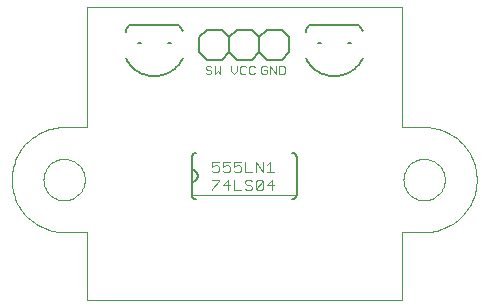
<source format=gto>
G75*
G70*
%OFA0B0*%
%FSLAX24Y24*%
%IPPOS*%
%LPD*%
%AMOC8*
5,1,8,0,0,1.08239X$1,22.5*
%
%ADD10C,0.0000*%
%ADD11C,0.0040*%
%ADD12C,0.0050*%
%ADD13C,0.0060*%
%ADD14C,0.0020*%
D10*
X002600Y000100D02*
X002600Y002350D01*
X001850Y002350D01*
X001161Y004100D02*
X001163Y004152D01*
X001169Y004204D01*
X001179Y004255D01*
X001192Y004305D01*
X001210Y004355D01*
X001231Y004402D01*
X001255Y004448D01*
X001284Y004492D01*
X001315Y004534D01*
X001349Y004573D01*
X001386Y004610D01*
X001426Y004643D01*
X001469Y004674D01*
X001513Y004701D01*
X001559Y004725D01*
X001608Y004745D01*
X001657Y004761D01*
X001708Y004774D01*
X001759Y004783D01*
X001811Y004788D01*
X001863Y004789D01*
X001915Y004786D01*
X001967Y004779D01*
X002018Y004768D01*
X002068Y004754D01*
X002117Y004735D01*
X002164Y004713D01*
X002209Y004688D01*
X002253Y004659D01*
X002294Y004627D01*
X002333Y004592D01*
X002368Y004554D01*
X002401Y004513D01*
X002431Y004471D01*
X002457Y004426D01*
X002480Y004379D01*
X002499Y004330D01*
X002515Y004280D01*
X002527Y004230D01*
X002535Y004178D01*
X002539Y004126D01*
X002539Y004074D01*
X002535Y004022D01*
X002527Y003970D01*
X002515Y003920D01*
X002499Y003870D01*
X002480Y003821D01*
X002457Y003774D01*
X002431Y003729D01*
X002401Y003687D01*
X002368Y003646D01*
X002333Y003608D01*
X002294Y003573D01*
X002253Y003541D01*
X002209Y003512D01*
X002164Y003487D01*
X002117Y003465D01*
X002068Y003446D01*
X002018Y003432D01*
X001967Y003421D01*
X001915Y003414D01*
X001863Y003411D01*
X001811Y003412D01*
X001759Y003417D01*
X001708Y003426D01*
X001657Y003439D01*
X001608Y003455D01*
X001559Y003475D01*
X001513Y003499D01*
X001469Y003526D01*
X001426Y003557D01*
X001386Y003590D01*
X001349Y003627D01*
X001315Y003666D01*
X001284Y003708D01*
X001255Y003752D01*
X001231Y003798D01*
X001210Y003845D01*
X001192Y003895D01*
X001179Y003945D01*
X001169Y003996D01*
X001163Y004048D01*
X001161Y004100D01*
X000100Y004100D02*
X000102Y004017D01*
X000108Y003934D01*
X000118Y003851D01*
X000132Y003769D01*
X000149Y003687D01*
X000171Y003607D01*
X000196Y003528D01*
X000225Y003450D01*
X000258Y003373D01*
X000295Y003298D01*
X000334Y003225D01*
X000378Y003154D01*
X000424Y003085D01*
X000474Y003018D01*
X000527Y002954D01*
X000583Y002892D01*
X000642Y002833D01*
X000704Y002777D01*
X000768Y002724D01*
X000835Y002674D01*
X000904Y002628D01*
X000975Y002584D01*
X001048Y002545D01*
X001123Y002508D01*
X001200Y002475D01*
X001278Y002446D01*
X001357Y002421D01*
X001437Y002399D01*
X001519Y002382D01*
X001601Y002368D01*
X001684Y002358D01*
X001767Y002352D01*
X001850Y002350D01*
X000100Y004100D02*
X000102Y004183D01*
X000108Y004266D01*
X000118Y004349D01*
X000132Y004431D01*
X000149Y004513D01*
X000171Y004593D01*
X000196Y004672D01*
X000225Y004750D01*
X000258Y004827D01*
X000295Y004902D01*
X000334Y004975D01*
X000378Y005046D01*
X000424Y005115D01*
X000474Y005182D01*
X000527Y005246D01*
X000583Y005308D01*
X000642Y005367D01*
X000704Y005423D01*
X000768Y005476D01*
X000835Y005526D01*
X000904Y005572D01*
X000975Y005616D01*
X001048Y005655D01*
X001123Y005692D01*
X001200Y005725D01*
X001278Y005754D01*
X001357Y005779D01*
X001437Y005801D01*
X001519Y005818D01*
X001601Y005832D01*
X001684Y005842D01*
X001767Y005848D01*
X001850Y005850D01*
X002600Y005850D01*
X002600Y009850D01*
X013100Y009850D01*
X013100Y005850D01*
X013850Y005850D01*
X013161Y004100D02*
X013163Y004152D01*
X013169Y004204D01*
X013179Y004255D01*
X013192Y004305D01*
X013210Y004355D01*
X013231Y004402D01*
X013255Y004448D01*
X013284Y004492D01*
X013315Y004534D01*
X013349Y004573D01*
X013386Y004610D01*
X013426Y004643D01*
X013469Y004674D01*
X013513Y004701D01*
X013559Y004725D01*
X013608Y004745D01*
X013657Y004761D01*
X013708Y004774D01*
X013759Y004783D01*
X013811Y004788D01*
X013863Y004789D01*
X013915Y004786D01*
X013967Y004779D01*
X014018Y004768D01*
X014068Y004754D01*
X014117Y004735D01*
X014164Y004713D01*
X014209Y004688D01*
X014253Y004659D01*
X014294Y004627D01*
X014333Y004592D01*
X014368Y004554D01*
X014401Y004513D01*
X014431Y004471D01*
X014457Y004426D01*
X014480Y004379D01*
X014499Y004330D01*
X014515Y004280D01*
X014527Y004230D01*
X014535Y004178D01*
X014539Y004126D01*
X014539Y004074D01*
X014535Y004022D01*
X014527Y003970D01*
X014515Y003920D01*
X014499Y003870D01*
X014480Y003821D01*
X014457Y003774D01*
X014431Y003729D01*
X014401Y003687D01*
X014368Y003646D01*
X014333Y003608D01*
X014294Y003573D01*
X014253Y003541D01*
X014209Y003512D01*
X014164Y003487D01*
X014117Y003465D01*
X014068Y003446D01*
X014018Y003432D01*
X013967Y003421D01*
X013915Y003414D01*
X013863Y003411D01*
X013811Y003412D01*
X013759Y003417D01*
X013708Y003426D01*
X013657Y003439D01*
X013608Y003455D01*
X013559Y003475D01*
X013513Y003499D01*
X013469Y003526D01*
X013426Y003557D01*
X013386Y003590D01*
X013349Y003627D01*
X013315Y003666D01*
X013284Y003708D01*
X013255Y003752D01*
X013231Y003798D01*
X013210Y003845D01*
X013192Y003895D01*
X013179Y003945D01*
X013169Y003996D01*
X013163Y004048D01*
X013161Y004100D01*
X013850Y005850D02*
X013933Y005848D01*
X014016Y005842D01*
X014099Y005832D01*
X014181Y005818D01*
X014263Y005801D01*
X014343Y005779D01*
X014422Y005754D01*
X014500Y005725D01*
X014577Y005692D01*
X014652Y005655D01*
X014725Y005616D01*
X014796Y005572D01*
X014865Y005526D01*
X014932Y005476D01*
X014996Y005423D01*
X015058Y005367D01*
X015117Y005308D01*
X015173Y005246D01*
X015226Y005182D01*
X015276Y005115D01*
X015322Y005046D01*
X015366Y004975D01*
X015405Y004902D01*
X015442Y004827D01*
X015475Y004750D01*
X015504Y004672D01*
X015529Y004593D01*
X015551Y004513D01*
X015568Y004431D01*
X015582Y004349D01*
X015592Y004266D01*
X015598Y004183D01*
X015600Y004100D01*
X015598Y004017D01*
X015592Y003934D01*
X015582Y003851D01*
X015568Y003769D01*
X015551Y003687D01*
X015529Y003607D01*
X015504Y003528D01*
X015475Y003450D01*
X015442Y003373D01*
X015405Y003298D01*
X015366Y003225D01*
X015322Y003154D01*
X015276Y003085D01*
X015226Y003018D01*
X015173Y002954D01*
X015117Y002892D01*
X015058Y002833D01*
X014996Y002777D01*
X014932Y002724D01*
X014865Y002674D01*
X014796Y002628D01*
X014725Y002584D01*
X014652Y002545D01*
X014577Y002508D01*
X014500Y002475D01*
X014422Y002446D01*
X014343Y002421D01*
X014263Y002399D01*
X014181Y002382D01*
X014099Y002368D01*
X014016Y002358D01*
X013933Y002352D01*
X013850Y002350D01*
X013100Y002350D01*
X013100Y000100D01*
X002600Y000100D01*
D11*
X006765Y003745D02*
X006765Y003805D01*
X007005Y004045D01*
X007005Y004105D01*
X006765Y004105D01*
X006825Y004345D02*
X006765Y004405D01*
X006825Y004345D02*
X006945Y004345D01*
X007005Y004405D01*
X007005Y004525D01*
X006945Y004585D01*
X006885Y004585D01*
X006765Y004525D01*
X006765Y004705D01*
X007005Y004705D01*
X007133Y004705D02*
X007133Y004525D01*
X007253Y004585D01*
X007314Y004585D01*
X007374Y004525D01*
X007374Y004405D01*
X007314Y004345D01*
X007193Y004345D01*
X007133Y004405D01*
X007502Y004405D02*
X007562Y004345D01*
X007682Y004345D01*
X007742Y004405D01*
X007742Y004525D01*
X007682Y004585D01*
X007622Y004585D01*
X007502Y004525D01*
X007502Y004705D01*
X007742Y004705D01*
X007870Y004705D02*
X007870Y004345D01*
X008110Y004345D01*
X008238Y004345D02*
X008238Y004705D01*
X008479Y004345D01*
X008479Y004705D01*
X008607Y004585D02*
X008727Y004705D01*
X008727Y004345D01*
X008607Y004345D02*
X008847Y004345D01*
X008787Y004105D02*
X008607Y003925D01*
X008847Y003925D01*
X008787Y003745D02*
X008787Y004105D01*
X008479Y004045D02*
X008238Y003805D01*
X008298Y003745D01*
X008418Y003745D01*
X008479Y003805D01*
X008479Y004045D01*
X008418Y004105D01*
X008298Y004105D01*
X008238Y004045D01*
X008238Y003805D01*
X008110Y003805D02*
X008050Y003745D01*
X007930Y003745D01*
X007870Y003805D01*
X007930Y003925D02*
X008050Y003925D01*
X008110Y003865D01*
X008110Y003805D01*
X007930Y003925D02*
X007870Y003985D01*
X007870Y004045D01*
X007930Y004105D01*
X008050Y004105D01*
X008110Y004045D01*
X007742Y003745D02*
X007502Y003745D01*
X007502Y004105D01*
X007314Y004105D02*
X007133Y003925D01*
X007374Y003925D01*
X007314Y003745D02*
X007314Y004105D01*
X007374Y004705D02*
X007133Y004705D01*
X007057Y007620D02*
X007057Y007900D01*
X006870Y007900D02*
X006870Y007620D01*
X006963Y007713D01*
X007057Y007620D01*
X006762Y007667D02*
X006715Y007620D01*
X006622Y007620D01*
X006575Y007667D01*
X006622Y007760D02*
X006575Y007807D01*
X006575Y007854D01*
X006622Y007900D01*
X006715Y007900D01*
X006762Y007854D01*
X006715Y007760D02*
X006762Y007713D01*
X006762Y007667D01*
X006715Y007760D02*
X006622Y007760D01*
X007428Y007713D02*
X007521Y007620D01*
X007615Y007713D01*
X007615Y007900D01*
X007723Y007854D02*
X007723Y007667D01*
X007769Y007620D01*
X007863Y007620D01*
X007910Y007667D01*
X008017Y007667D02*
X008064Y007620D01*
X008157Y007620D01*
X008204Y007667D01*
X008204Y007854D02*
X008157Y007900D01*
X008064Y007900D01*
X008017Y007854D01*
X008017Y007667D01*
X007910Y007854D02*
X007863Y007900D01*
X007769Y007900D01*
X007723Y007854D01*
X007428Y007900D02*
X007428Y007713D01*
X008428Y007667D02*
X008475Y007620D01*
X008568Y007620D01*
X008615Y007667D01*
X008615Y007760D01*
X008521Y007760D01*
X008428Y007667D02*
X008428Y007854D01*
X008475Y007900D01*
X008568Y007900D01*
X008615Y007854D01*
X008723Y007900D02*
X008910Y007620D01*
X008910Y007900D01*
X009017Y007900D02*
X009157Y007900D01*
X009204Y007854D01*
X009204Y007667D01*
X009157Y007620D01*
X009017Y007620D01*
X009017Y007900D01*
X008723Y007900D02*
X008723Y007620D01*
D12*
X010297Y008650D02*
X010403Y008650D01*
X009896Y009038D02*
X009923Y009094D01*
X009954Y009148D01*
X009988Y009200D01*
X010025Y009250D01*
X011675Y009250D01*
X011403Y008650D02*
X011297Y008650D01*
X011800Y009047D02*
X011773Y009101D01*
X011743Y009152D01*
X011710Y009202D01*
X011675Y009250D01*
X011800Y008153D02*
X011771Y008096D01*
X011738Y008040D01*
X011703Y007987D01*
X011663Y007936D01*
X011621Y007888D01*
X011576Y007842D01*
X011529Y007799D01*
X011479Y007759D01*
X011426Y007722D01*
X011371Y007689D01*
X011315Y007658D01*
X011256Y007632D01*
X011196Y007609D01*
X011135Y007589D01*
X011073Y007574D01*
X011010Y007562D01*
X010946Y007554D01*
X010882Y007550D01*
X010818Y007550D01*
X010754Y007554D01*
X010690Y007562D01*
X010627Y007574D01*
X010565Y007589D01*
X010504Y007609D01*
X010444Y007632D01*
X010385Y007658D01*
X010329Y007689D01*
X010274Y007722D01*
X010221Y007759D01*
X010171Y007799D01*
X010124Y007842D01*
X010079Y007888D01*
X010037Y007936D01*
X009997Y007987D01*
X009962Y008040D01*
X009929Y008096D01*
X009900Y008153D01*
X005675Y009250D02*
X004025Y009250D01*
X004297Y008650D02*
X004403Y008650D01*
X003896Y009038D02*
X003923Y009094D01*
X003954Y009148D01*
X003988Y009200D01*
X004025Y009250D01*
X003900Y008153D02*
X003929Y008096D01*
X003962Y008040D01*
X003997Y007987D01*
X004037Y007936D01*
X004079Y007888D01*
X004124Y007842D01*
X004171Y007799D01*
X004221Y007759D01*
X004274Y007722D01*
X004329Y007689D01*
X004385Y007658D01*
X004444Y007632D01*
X004504Y007609D01*
X004565Y007589D01*
X004627Y007574D01*
X004690Y007562D01*
X004754Y007554D01*
X004818Y007550D01*
X004882Y007550D01*
X004946Y007554D01*
X005010Y007562D01*
X005073Y007574D01*
X005135Y007589D01*
X005196Y007609D01*
X005256Y007632D01*
X005315Y007658D01*
X005371Y007689D01*
X005426Y007722D01*
X005479Y007759D01*
X005529Y007799D01*
X005576Y007842D01*
X005621Y007888D01*
X005663Y007936D01*
X005703Y007987D01*
X005738Y008040D01*
X005771Y008096D01*
X005800Y008153D01*
X005403Y008650D02*
X005297Y008650D01*
X005800Y009047D02*
X005773Y009101D01*
X005743Y009152D01*
X005710Y009202D01*
X005675Y009250D01*
D13*
X006350Y008850D02*
X006600Y009100D01*
X007100Y009100D01*
X007350Y008850D01*
X007600Y009100D01*
X008100Y009100D01*
X008350Y008850D01*
X008600Y009100D01*
X009100Y009100D01*
X009350Y008850D01*
X009350Y008350D01*
X009100Y008100D01*
X008600Y008100D01*
X008350Y008350D01*
X008100Y008100D01*
X007600Y008100D01*
X007350Y008350D01*
X007100Y008100D01*
X006600Y008100D01*
X006350Y008350D01*
X006350Y008850D01*
X007350Y008850D02*
X007350Y008350D01*
X008350Y008350D02*
X008350Y008850D01*
X009450Y004995D02*
X009473Y004993D01*
X009496Y004988D01*
X009518Y004979D01*
X009538Y004966D01*
X009556Y004951D01*
X009571Y004933D01*
X009584Y004913D01*
X009593Y004891D01*
X009598Y004868D01*
X009600Y004845D01*
X009600Y003605D01*
X009598Y003582D01*
X009593Y003559D01*
X009584Y003537D01*
X009571Y003517D01*
X009556Y003499D01*
X009538Y003484D01*
X009518Y003471D01*
X009496Y003462D01*
X009473Y003457D01*
X009450Y003455D01*
X006250Y003455D02*
X006227Y003457D01*
X006204Y003462D01*
X006182Y003471D01*
X006162Y003484D01*
X006144Y003499D01*
X006129Y003517D01*
X006116Y003537D01*
X006107Y003559D01*
X006102Y003582D01*
X006100Y003605D01*
X006100Y004025D01*
X006100Y004425D01*
X006100Y004845D01*
X006102Y004868D01*
X006107Y004891D01*
X006116Y004913D01*
X006129Y004933D01*
X006144Y004951D01*
X006162Y004966D01*
X006182Y004979D01*
X006204Y004988D01*
X006227Y004993D01*
X006250Y004995D01*
X006100Y004425D02*
X006127Y004423D01*
X006154Y004418D01*
X006180Y004408D01*
X006204Y004396D01*
X006226Y004380D01*
X006246Y004362D01*
X006263Y004340D01*
X006278Y004317D01*
X006288Y004292D01*
X006296Y004266D01*
X006300Y004239D01*
X006300Y004211D01*
X006296Y004184D01*
X006288Y004158D01*
X006278Y004133D01*
X006263Y004110D01*
X006246Y004088D01*
X006226Y004070D01*
X006204Y004054D01*
X006180Y004042D01*
X006154Y004032D01*
X006127Y004027D01*
X006100Y004025D01*
D14*
X006100Y003595D02*
X009600Y003595D01*
M02*

</source>
